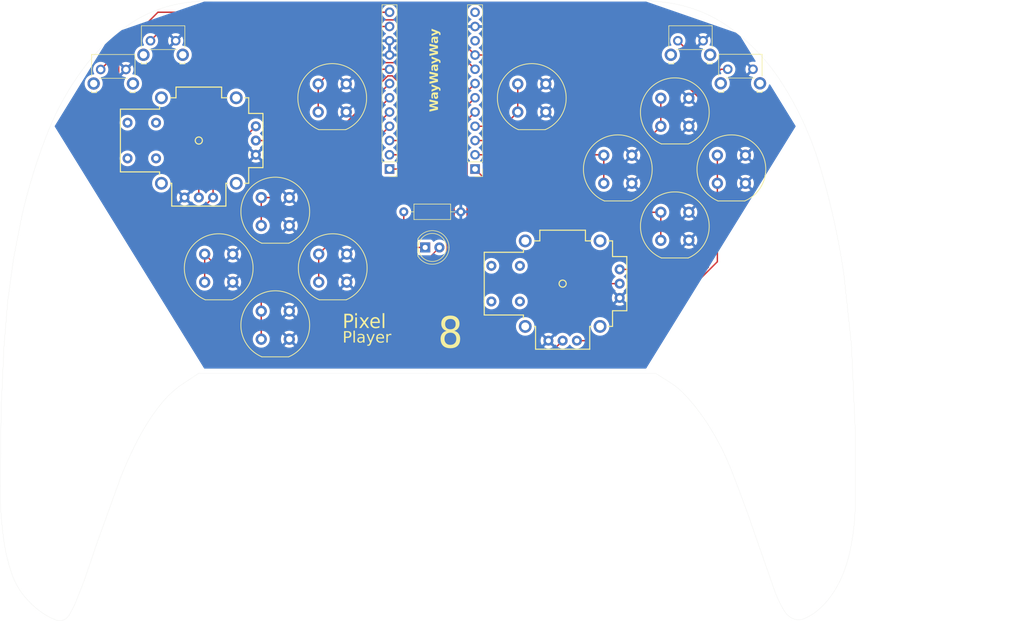
<source format=kicad_pcb>
(kicad_pcb (version 20241229) (generator "pcbnew") (generator_version "9.0")
  (title_block (date "sam. 04 avril 2015"))
  (layers (0 "F.Cu" signal) (2 "B.Cu" signal) (13 "F.Paste" user) (15 "B.Paste" user) (5 "F.SilkS" user "F.Silkscreen") (7 "B.SilkS" user "B.Silkscreen") (1 "F.Mask" user) (3 "B.Mask" user) (25 "Edge.Cuts" user))
  (net 0 "")
  (net 1 "/D10")
  (net 2 "/D16")
  (net 3 "/D14")
  (net 4 "/D15")
  (net 5 "/A0")
  (net 6 "/A1")
  (net 7 "/A2")
  (net 8 "/A3")
  (net 9 "VCC")
  (net 11 "GND")
  (net 12 "/D9")
  (net 13 "/D8")
  (net 14 "/D7")
  (net 15 "/D6")
  (net 16 "/D5")
  (net 17 "/D4")
  (net 18 "/D3")
  (net 19 "/D2")
  (net 20 "/D1")
  (net 21 "/D0")
  (net 23 "Net-(D1-K)")
  (footprint "Button_Switch_THT:Push_E-Switch_KS01Q01" (layer "F.Cu") (at 143.26 66.9)
    (property "Reference" "SW1" (hide yes))
    (property "Value" "DPad Right")
    (fp_line (start 4.89 8.14) (end 0.11 8.14) (stroke (width 0.15)) (layer "F.SilkS"))
    (fp_arc (start 0.11 8.14) (mid 2.496283 -3.625495) (end 4.896843 8.137095) (stroke (width 0.15)) (layer "F.SilkS"))
    (pad "1" thru_hole circle (at 0 0) (size 2 2) (drill 1.1) (layers "*.Cu" "*.Mask") (net 15 "/D6"))
    (pad "2" thru_hole circle (at 5 0) (size 2 2) (drill 1.1) (layers "*.Cu" "*.Mask") (net 11 "GND"))
    (pad "3" thru_hole circle (at 0 5) (size 2 2) (drill 1.1) (layers "*.Cu" "*.Mask") (net 15 "/D6"))
    (pad "4" thru_hole circle (at 5 5) (size 2 2) (drill 1.1) (layers "*.Cu" "*.Mask") (net 11 "GND"))
  )
  (footprint "Button_Switch_THT:Push_E-Switch_KS01Q01" (layer "F.Cu") (at 143.17 36.58)
    (property "Reference" "SW2" (hide yes))
    (property "Value" "Back Button")
    (fp_line (start 4.89 8.14) (end 0.11 8.14) (stroke (width 0.15)) (layer "F.SilkS"))
    (fp_arc (start 0.11 8.14) (mid 2.496283 -3.625495) (end 4.896843 8.137095) (stroke (width 0.15)) (layer "F.SilkS"))
    (pad "1" thru_hole circle (at 0 0) (size 2 2) (drill 1.1) (layers "*.Cu" "*.Mask") (net 19 "/D2"))
    (pad "2" thru_hole circle (at 5 0) (size 2 2) (drill 1.1) (layers "*.Cu" "*.Mask") (net 11 "GND"))
    (pad "3" thru_hole circle (at 0 5) (size 2 2) (drill 1.1) (layers "*.Cu" "*.Mask") (net 19 "/D2"))
    (pad "4" thru_hole circle (at 5 5) (size 2 2) (drill 1.1) (layers "*.Cu" "*.Mask") (net 11 "GND"))
  )
  (footprint "Button_Switch_THT:SW_Tactile_SKHH_Angled" (layer "F.Cu") (at 207.26 28.88)
    (property "Reference" "SW13")
    (property "Value" "RightButton")
    (fp_line (start -1.62 -2.67) (end -1.62 1.18) (stroke (width 0.12)) (layer "F.SilkS"))
    (fp_line (start -1.62 3.82) (end -1.62 4.12) (stroke (width 0.12)) (layer "F.SilkS"))
    (fp_line (start -0.73 4.12) (end -1.62 4.12) (stroke (width 0.12)) (layer "F.SilkS"))
    (fp_line (start -0.73 4.12) (end -0.73 3.77) (stroke (width 0.12)) (layer "F.SilkS"))
    (fp_line (start -0.24 1.57) (end 4.74 1.57) (stroke (width 0.12)) (layer "F.SilkS"))
    (fp_line (start 5.23 4.12) (end 5.23 3.77) (stroke (width 0.12)) (layer "F.SilkS"))
    (fp_line (start 6.12 -2.67) (end -1.62 -2.67) (stroke (width 0.12)) (layer "F.SilkS"))
    (fp_line (start 6.12 1.18) (end 6.12 -2.67) (stroke (width 0.12)) (layer "F.SilkS"))
    (fp_line (start 6.12 3.82) (end 6.12 4.12) (stroke (width 0.12)) (layer "F.SilkS"))
    (fp_line (start 6.12 4.12) (end 5.23 4.12) (stroke (width 0.12)) (layer "F.SilkS"))
    (pad "" thru_hole circle (at -1.25 2.5 180) (size 2.2 2.2) (drill 1.3) (layers "*.Cu" "*.Mask"))
    (pad "" thru_hole circle (at 5.75 2.5 180) (size 2.2 2.2) (drill 1.3) (layers "*.Cu" "*.Mask"))
    (pad "1" thru_hole circle (at 0 0 180) (size 1.7 1.7) (drill 1) (layers "*.Cu" "*.Mask") (net 14 "/D7"))
    (pad "2" thru_hole circle (at 4.5 0 180) (size 1.7 1.7) (drill 1) (layers "*.Cu" "*.Mask") (net 11 "GND"))
  )
  (footprint "Button_Switch_THT:SW_Tactile_SKHH_Angled" (layer "F.Cu") (at 104.41 34)
    (property "Reference" "SW11")
    (property "Value" "LeftTrigger")
    (fp_line (start -1.62 -2.67) (end -1.62 1.18) (stroke (width 0.12)) (layer "F.SilkS"))
    (fp_line (start -1.62 3.82) (end -1.62 4.12) (stroke (width 0.12)) (layer "F.SilkS"))
    (fp_line (start -0.73 4.12) (end -1.62 4.12) (stroke (width 0.12)) (layer "F.SilkS"))
    (fp_line (start -0.73 4.12) (end -0.73 3.77) (stroke (width 0.12)) (layer "F.SilkS"))
    (fp_line (start -0.24 1.57) (end 4.74 1.57) (stroke (width 0.12)) (layer "F.SilkS"))
    (fp_line (start 5.23 4.12) (end 5.23 3.77) (stroke (width 0.12)) (layer "F.SilkS"))
    (fp_line (start 6.12 -2.67) (end -1.62 -2.67) (stroke (width 0.12)) (layer "F.SilkS"))
    (fp_line (start 6.12 1.18) (end 6.12 -2.67) (stroke (width 0.12)) (layer "F.SilkS"))
    (fp_line (start 6.12 3.82) (end 6.12 4.12) (stroke (width 0.12)) (layer "F.SilkS"))
    (fp_line (start 6.12 4.12) (end 5.23 4.12) (stroke (width 0.12)) (layer "F.SilkS"))
    (pad "" thru_hole circle (at -1.25 2.5 180) (size 2.2 2.2) (drill 1.3) (layers "*.Cu" "*.Mask"))
    (pad "" thru_hole circle (at 5.75 2.5 180) (size 2.2 2.2) (drill 1.3) (layers "*.Cu" "*.Mask"))
    (pad "1" thru_hole circle (at 0 0 180) (size 1.7 1.7) (drill 1) (layers "*.Cu" "*.Mask") (net 21 "/D0"))
    (pad "2" thru_hole circle (at 4.5 0 180) (size 1.7 1.7) (drill 1) (layers "*.Cu" "*.Mask") (net 11 "GND"))
  )
  (footprint "Connector_PinHeader_2.54mm:PinHeader_1x12_P2.54mm_Vertical" (layer "F.Cu") (at 155.88 51.74 180)
    (property "Reference" "J4")
    (property "Value" "Conn_01x12" (hide yes))
    (fp_line (start 1.33 1.27) (end 1.33 29.27) (stroke (width 0.12)) (layer "F.SilkS"))
    (fp_line (start -1.33 29.27) (end 1.33 29.27) (stroke (width 0.12)) (layer "F.SilkS"))
    (fp_line (start -1.33 1.27) (end 1.33 1.27) (stroke (width 0.12)) (layer "F.SilkS"))
    (fp_line (start -1.33 1.27) (end -1.33 29.27) (stroke (width 0.12)) (layer "F.SilkS"))
    (fp_line (start -1.33 0) (end -1.33 -1.33) (stroke (width 0.12)) (layer "F.SilkS"))
    (fp_line (start -1.33 -1.33) (end 0 -1.33) (stroke (width 0.12)) (layer "F.SilkS"))
    (pad "1" thru_hole rect (at 0 0 180) (size 1.7 1.7) (drill 1) (layers "*.Cu" "*.Mask") (net 12 "/D9"))
    (pad "2" thru_hole oval (at 0 2.54 180) (size 1.7 1.7) (drill 1) (layers "*.Cu" "*.Mask") (net 13 "/D8"))
    (pad "3" thru_hole oval (at 0 5.08 180) (size 1.7 1.7) (drill 1) (layers "*.Cu" "*.Mask") (net 14 "/D7"))
    (pad "4" thru_hole oval (at 0 7.62 180) (size 1.7 1.7) (drill 1) (layers "*.Cu" "*.Mask") (net 15 "/D6"))
    (pad "5" thru_hole oval (at 0 10.16 180) (size 1.7 1.7) (drill 1) (layers "*.Cu" "*.Mask") (net 16 "/D5"))
    (pad "6" thru_hole oval (at 0 12.7 180) (size 1.7 1.7) (drill 1) (layers "*.Cu" "*.Mask") (net 17 "/D4"))
    (pad "7" thru_hole oval (at 0 15.24 180) (size 1.7 1.7) (drill 1) (layers "*.Cu" "*.Mask") (net 18 "/D3"))
    (pad "8" thru_hole oval (at 0 17.78 180) (size 1.7 1.7) (drill 1) (layers "*.Cu" "*.Mask") (net 19 "/D2"))
    (pad "9" thru_hole oval (at 0 20.32 180) (size 1.7 1.7) (drill 1) (layers "*.Cu" "*.Mask") (net 11 "GND"))
    (pad "10" thru_hole oval (at 0 22.86 180) (size 1.7 1.7) (drill 1) (layers "*.Cu" "*.Mask") (net 11 "GND"))
    (pad "11" thru_hole oval (at 0 25.4 180) (size 1.7 1.7) (drill 1) (layers "*.Cu" "*.Mask") (net 20 "/D1"))
    (pad "12" thru_hole oval (at 0 27.94 180) (size 1.7 1.7) (drill 1) (layers "*.Cu" "*.Mask") (net 21 "/D0"))
  )
  (footprint "Downloads:JOYSTICK" (layer "F.Cu") (at 186.7283 72.1616 90)
    (property "Reference" "RV1")
    (property "Value" "RightStick")
    (fp_line (start 5.588 -13.97) (end -5.588 -13.97) (stroke (width 0.2032)) (layer "F.SilkS"))
    (fp_line (start 5.588 -13.97) (end 5.588 -6.985) (stroke (width 0.2032)) (layer "F.SilkS"))
    (fp_line (start -5.588 -13.97) (end -5.588 -6.985) (stroke (width 0.2032)) (layer "F.SilkS"))
    (fp_line (start 6.096 -6.985) (end 5.588 -6.985) (stroke (width 0.2032)) (layer "F.SilkS"))
    (fp_line (start -5.588 -6.985) (end -6.096 -6.985) (stroke (width 0.2032)) (layer "F.SilkS"))
    (fp_line (start -7.62 -4.826) (end -7.62 -5.08) (stroke (width 0.2032)) (layer "F.SilkS"))
    (fp_line (start -7.62 -4.826) (end -11.684 -4.826) (stroke (width 0.2032)) (layer "F.SilkS"))
    (fp_line (start -11.684 -4.826) (end -11.684 4.826) (stroke (width 0.2032)) (layer "F.SilkS"))
    (fp_line (start 9.525 -4.064) (end 9.525 4.064) (stroke (width 0.2032)) (layer "F.SilkS"))
    (fp_line (start 7.62 -4.064) (end 7.62 -5.08) (stroke (width 0.2032)) (layer "F.SilkS"))
    (fp_line (start 7.62 -4.064) (end 9.525 -4.064) (stroke (width 0.2032)) (layer "F.SilkS"))
    (fp_line (start 7.62 4.064) (end 9.525 4.064) (stroke (width 0.2032)) (layer "F.SilkS"))
    (fp_line (start 7.62 4.064) (end 7.62 5.08) (stroke (width 0.2032)) (layer "F.SilkS"))
    (fp_line (start -7.62 4.826) (end -11.684 4.826) (stroke (width 0.2032)) (layer "F.SilkS"))
    (fp_line (start -7.62 4.826) (end -7.62 5.08) (stroke (width 0.2032)) (layer "F.SilkS"))
    (fp_line (start 7.62 8.128) (end 7.62 8.89) (stroke (width 0.2032)) (layer "F.SilkS"))
    (fp_line (start -7.62 8.128) (end -7.62 8.89) (stroke (width 0.2032)) (layer "F.SilkS"))
    (fp_line (start 4.826 8.89) (end 7.62 8.89) (stroke (width 0.2032)) (layer "F.SilkS"))
    (fp_line (start -4.826 8.89) (end -7.62 8.89) (stroke (width 0.2032)) (layer "F.SilkS"))
    (fp_line (start 4.826 11.43) (end 4.826 8.89) (stroke (width 0.2032)) (layer "F.SilkS"))
    (fp_line (start 4.826 11.43) (end -4.826 11.43) (stroke (width 0.2032)) (layer "F.SilkS"))
    (fp_line (start -4.826 11.43) (end -4.826 8.89) (stroke (width 0.2032)) (layer "F.SilkS"))
    (fp_circle (center 0 0) (end 0 -0.635) (stroke (width 0.2032)) (fill no) (layer "F.SilkS"))
    (pad "1" thru_hole circle (at -10.16 -2.54 90) (size 1.778 1.778) (drill 0.889) (layers "*.Cu" "*.Mask") (net 11 "GND"))
    (pad "2" thru_hole circle (at -10.16 0 90) (size 1.778 1.778) (drill 0.889) (layers "*.Cu" "*.Mask") (net 6 "/A1"))
    (pad "3" thru_hole circle (at -10.16 2.54 90) (size 1.778 1.778) (drill 0.889) (layers "*.Cu" "*.Mask") (net 9 "VCC"))
    (pad "4" thru_hole circle (at -2.54 10.16 90) (size 1.778 1.778) (drill 0.889) (layers "*.Cu" "*.Mask") (net 11 "GND"))
    (pad "5" thru_hole circle (at 0 10.16 90) (size 1.778 1.778) (drill 0.889) (layers "*.Cu" "*.Mask") (net 5 "/A0"))
    (pad "6" thru_hole circle (at 2.54 10.16 90) (size 1.778 1.778) (drill 0.889) (layers "*.Cu" "*.Mask") (net 9 "VCC"))
    (pad "B1A" thru_hole circle (at -3.175 -12.7 90) (size 1.778 1.778) (drill 0.89916) (layers "*.Cu" "*.Mask"))
    (pad "B1B" thru_hole circle (at 3.175 -12.7 90) (size 1.778 1.778) (drill 0.89916) (layers "*.Cu" "*.Mask"))
    (pad "B2A" thru_hole circle (at -3.175 -7.62 90) (size 1.778 1.778) (drill 0.89916) (layers "*.Cu" "*.Mask"))
    (pad "B2B" thru_hole circle (at 3.175 -7.62 90) (size 1.778 1.778) (drill 0.89916) (layers "*.Cu" "*.Mask"))
    (pad "MOUN" thru_hole circle (at -7.62 -6.6675 90) (size 2.286 2.286) (drill 1.397) (layers "*.Cu" "*.Mask"))
    (pad "MOUN" thru_hole circle (at -7.62 6.6675 90) (size 2.286 2.286) (drill 1.397) (layers "*.Cu" "*.Mask"))
    (pad "MOUN" thru_hole circle (at 7.62 -6.6675 90) (size 2.286 2.286) (drill 1.397) (layers "*.Cu" "*.Mask"))
    (pad "MOUN" thru_hole circle (at 7.62 6.6675 90) (size 2.286 2.286) (drill 1.397) (layers "*.Cu" "*.Mask"))
  )
  (footprint "Connector_PinHeader_2.54mm:PinHeader_1x12_P2.54mm_Vertical" (layer "F.Cu") (at 171.12 51.74 180)
    (property "Reference" "J3")
    (property "Value" "Conn_01x12" (hide yes))
    (fp_line (start 1.33 1.27) (end 1.33 29.27) (stroke (width 0.12)) (layer "F.SilkS"))
    (fp_line (start -1.33 29.27) (end 1.33 29.27) (stroke (width 0.12)) (layer "F.SilkS"))
    (fp_line (start -1.33 1.27) (end 1.33 1.27) (stroke (width 0.12)) (layer "F.SilkS"))
    (fp_line (start -1.33 1.27) (end -1.33 29.27) (stroke (width 0.12)) (layer "F.SilkS"))
    (fp_line (start -1.33 0) (end -1.33 -1.33) (stroke (width 0.12)) (layer "F.SilkS"))
    (fp_line (start -1.33 -1.33) (end 0 -1.33) (stroke (width 0.12)) (layer "F.SilkS"))
    (pad "1" thru_hole rect (at 0 0 180) (size 1.7 1.7) (drill 1) (layers "*.Cu" "*.Mask") (net 1 "/D10"))
    (pad "2" thru_hole oval (at 0 2.54 180) (size 1.7 1.7) (drill 1) (layers "*.Cu" "*.Mask") (net 2 "/D16"))
    (pad "3" thru_hole oval (at 0 5.08 180) (size 1.7 1.7) (drill 1) (layers "*.Cu" "*.Mask") (net 3 "/D14"))
    (pad "4" thru_hole oval (at 0 7.62 180) (size 1.7 1.7) (drill 1) (layers "*.Cu" "*.Mask") (net 4 "/D15"))
    (pad "5" thru_hole oval (at 0 10.16 180) (size 1.7 1.7) (drill 1) (layers "*.Cu" "*.Mask") (net 5 "/A0"))
    (pad "6" thru_hole oval (at 0 12.7 180) (size 1.7 1.7) (drill 1) (layers "*.Cu" "*.Mask") (net 6 "/A1"))
    (pad "7" thru_hole oval (at 0 15.24 180) (size 1.7 1.7) (drill 1) (layers "*.Cu" "*.Mask") (net 7 "/A2"))
    (pad "8" thru_hole oval (at 0 17.78 180) (size 1.7 1.7) (drill 1) (layers "*.Cu" "*.Mask") (net 8 "/A3"))
    (pad "9" thru_hole oval (at 0 20.32 180) (size 1.7 1.7) (drill 1) (layers "*.Cu" "*.Mask") (net 9 "VCC"))
    (pad "10" thru_hole oval (at 0 22.86 180) (size 1.7 1.7) (drill 1) (layers "*.Cu" "*.Mask"))
    (pad "11" thru_hole oval (at 0 25.4 180) (size 1.7 1.7) (drill 1) (layers "*.Cu" "*.Mask") (net 11 "GND"))
    (pad "12" thru_hole oval (at 0 27.94 180) (size 1.7 1.7) (drill 1) (layers "*.Cu" "*.Mask"))
  )
  (footprint "Downloads:JOYSTICK" (layer "F.Cu") (at 121.8948 46.66 90)
    (property "Reference" "RV2")
    (property "Value" "LeftStick")
    (fp_line (start 5.588 -13.97) (end -5.588 -13.97) (stroke (width 0.2032)) (layer "F.SilkS"))
    (fp_line (start 5.588 -13.97) (end 5.588 -6.985) (stroke (width 0.2032)) (layer "F.SilkS"))
    (fp_line (start -5.588 -13.97) (end -5.588 -6.985) (stroke (width 0.2032)) (layer "F.SilkS"))
    (fp_line (start 6.096 -6.985) (end 5.588 -6.985) (stroke (width 0.2032)) (layer "F.SilkS"))
    (fp_line (start -5.588 -6.985) (end -6.096 -6.985) (stroke (width 0.2032)) (layer "F.SilkS"))
    (fp_line (start -7.62 -4.826) (end -7.62 -5.08) (stroke (width 0.2032)) (layer "F.SilkS"))
    (fp_line (start -7.62 -4.826) (end -11.684 -4.826) (stroke (width 0.2032)) (layer "F.SilkS"))
    (fp_line (start -11.684 -4.826) (end -11.684 4.826) (stroke (width 0.2032)) (layer "F.SilkS"))
    (fp_line (start 9.525 -4.064) (end 9.525 4.064) (stroke (width 0.2032)) (layer "F.SilkS"))
    (fp_line (start 7.62 -4.064) (end 7.62 -5.08) (stroke (width 0.2032)) (layer "F.SilkS"))
    (fp_line (start 7.62 -4.064) (end 9.525 -4.064) (stroke (width 0.2032)) (layer "F.SilkS"))
    (fp_line (start 7.62 4.064) (end 9.525 4.064) (stroke (width 0.2032)) (layer "F.SilkS"))
    (fp_line (start 7.62 4.064) (end 7.62 5.08) (stroke (width 0.2032)) (layer "F.SilkS"))
    (fp_line (start -7.62 4.826) (end -11.684 4.826) (stroke (width 0.2032)) (layer "F.SilkS"))
    (fp_line (start -7.62 4.826) (end -7.62 5.08) (stroke (width 0.2032)) (layer "F.SilkS"))
    (fp_line (start 7.62 8.128) (end 7.62 8.89) (stroke (width 0.2032)) (layer "F.SilkS"))
    (fp_line (start -7.62 8.128) (end -7.62 8.89) (stroke (width 0.2032)) (layer "F.SilkS"))
    (fp_line (start 4.826 8.89) (end 7.62 8.89) (stroke (width 0.2032)) (layer "F.SilkS"))
    (fp_line (start -4.826 8.89) (end -7.62 8.89) (stroke (width 0.2032)) (layer "F.SilkS"))
    (fp_line (start 4.826 11.43) (end 4.826 8.89) (stroke (width 0.2032)) (layer "F.SilkS"))
    (fp_line (start 4.826 11.43) (end -4.826 11.43) (stroke (width 0.2032)) (layer "F.SilkS"))
    (fp_line (start -4.826 11.43) (end -4.826 8.89) (stroke (width 0.2032)) (layer "F.SilkS"))
    (fp_circle (center 0 0) (end 0 -0.635) (stroke (width 0.2032)) (fill no) (layer "F.SilkS"))
    (pad "1" thru_hole circle (at -10.16 -2.54 90) (size 1.778 1.778) (drill 0.889) (layers "*.Cu" "*.Mask") (net 11 "GND"))
    (pad "2" thru_hole circle (at -10.16 0 90) (size 1.778 1.778) (drill 0.889) (layers "*.Cu" "*.Mask") (net 8 "/A3"))
    (pad "3" thru_hole circle (at -10.16 2.54 90) (size 1.778 1.778) (drill 0.889) (layers "*.Cu" "*.Mask") (net 9 "VCC"))
    (pad "4" thru_hole circle (at -2.54 10.16 90) (size 1.778 1.778) (drill 0.889) (layers "*.Cu" "*.Mask") (net 11 "GND"))
    (pad "5" thru_hole circle (at 0 10.16 90) (size 1.778 1.778) (drill 0.889) (layers "*.Cu" "*.Mask") (net 7 "/A2"))
    (pad "6" thru_hole circle (at 2.54 10.16 90) (size 1.778 1.778) (drill 0.889) (layers "*.Cu" "*.Mask") (net 9 "VCC"))
    (pad "B1A" thru_hole circle (at -3.175 -12.7 90) (size 1.778 1.778) (drill 0.89916) (layers "*.Cu" "*.Mask"))
    (pad "B1B" thru_hole circle (at 3.175 -12.7 90) (size 1.778 1.778) (drill 0.89916) (layers "*.Cu" "*.Mask"))
    (pad "B2A" thru_hole circle (at -3.175 -7.62 90) (size 1.778 1.778) (drill 0.89916) (layers "*.Cu" "*.Mask"))
    (pad "B2B" thru_hole circle (at 3.175 -7.62 90) (size 1.778 1.778) (drill 0.89916) (layers "*.Cu" "*.Mask"))
    (pad "MOUN" thru_hole circle (at -7.62 -6.6675 90) (size 2.286 2.286) (drill 1.397) (layers "*.Cu" "*.Mask"))
    (pad "MOUN" thru_hole circle (at -7.62 6.6675 90) (size 2.286 2.286) (drill 1.397) (layers "*.Cu" "*.Mask"))
    (pad "MOUN" thru_hole circle (at 7.62 -6.6675 90) (size 2.286 2.286) (drill 1.397) (layers "*.Cu" "*.Mask"))
    (pad "MOUN" thru_hole circle (at 7.62 6.6675 90) (size 2.286 2.286) (drill 1.397) (layers "*.Cu" "*.Mask"))
  )
  (footprint "Button_Switch_THT:Push_E-Switch_KS01Q01" (layer "F.Cu") (at 133.02 77.06)
    (property "Reference" "SW6" (hide yes))
    (property "Value" "DPad Down")
    (fp_line (start 4.89 8.14) (end 0.11 8.14) (stroke (width 0.15)) (layer "F.SilkS"))
    (fp_arc (start 0.11 8.14) (mid 2.496283 -3.625495) (end 4.896843 8.137095) (stroke (width 0.15)) (layer "F.SilkS"))
    (pad "1" thru_hole circle (at 0 0) (size 2 2) (drill 1.1) (layers "*.Cu" "*.Mask") (net 16 "/D5"))
    (pad "2" thru_hole circle (at 5 0) (size 2 2) (drill 1.1) (layers "*.Cu" "*.Mask") (net 11 "GND"))
    (pad "3" thru_hole circle (at 0 5) (size 2 2) (drill 1.1) (layers "*.Cu" "*.Mask") (net 16 "/D5"))
    (pad "4" thru_hole circle (at 5 5) (size 2 2) (drill 1.1) (layers "*.Cu" "*.Mask") (net 11 "GND"))
  )
  (footprint "Resistor_THT:R_Axial_DIN0207_L6.3mm_D2.5mm_P10.16mm_Horizontal" (layer "F.Cu") (at 158.42 59.36)
    (property "Reference" "R1" (hide yes))
    (property "Value" "R" (hide yes))
    (fp_line (start 1.04 0) (end 1.81 0) (stroke (width 0.12)) (layer "F.SilkS"))
    (fp_line (start 1.81 -1.37) (end 1.81 1.37) (stroke (width 0.12)) (layer "F.SilkS"))
    (fp_line (start 1.81 1.37) (end 8.35 1.37) (stroke (width 0.12)) (layer "F.SilkS"))
    (fp_line (start 8.35 -1.37) (end 1.81 -1.37) (stroke (width 0.12)) (layer "F.SilkS"))
    (fp_line (start 8.35 1.37) (end 8.35 -1.37) (stroke (width 0.12)) (layer "F.SilkS"))
    (fp_line (start 9.12 0) (end 8.35 0) (stroke (width 0.12)) (layer "F.SilkS"))
    (pad "1" thru_hole circle (at 0 0) (size 1.6 1.6) (drill 0.8) (layers "*.Cu" "*.Mask") (net 23 "Net-(D1-K)"))
    (pad "2" thru_hole oval (at 10.16 0) (size 1.6 1.6) (drill 0.8) (layers "*.Cu" "*.Mask") (net 11 "GND"))
  )
  (footprint "Button_Switch_THT:Push_E-Switch_KS01Q01" (layer "F.Cu") (at 204.22 39.12)
    (property "Reference" "SW9" (hide yes))
    (property "Value" "Y")
    (fp_line (start 4.89 8.14) (end 0.11 8.14) (stroke (width 0.15)) (layer "F.SilkS"))
    (fp_arc (start 0.11 8.14) (mid 2.496283 -3.625495) (end 4.896843 8.137095) (stroke (width 0.15)) (layer "F.SilkS"))
    (pad "1" thru_hole circle (at 0 0) (size 2 2) (drill 1.1) (layers "*.Cu" "*.Mask") (net 3 "/D14"))
    (pad "2" thru_hole circle (at 5 0) (size 2 2) (drill 1.1) (layers "*.Cu" "*.Mask") (net 11 "GND"))
    (pad "3" thru_hole circle (at 0 5) (size 2 2) (drill 1.1) (layers "*.Cu" "*.Mask") (net 3 "/D14"))
    (pad "4" thru_hole circle (at 5 5) (size 2 2) (drill 1.1) (layers "*.Cu" "*.Mask") (net 11 "GND"))
  )
  (footprint "Button_Switch_THT:SW_Tactile_SKHH_Angled" (layer "F.Cu") (at 216.15 33.96)
    (property "Reference" "SW18")
    (property "Value" "RightTrigger")
    (fp_line (start -1.62 -2.67) (end -1.62 1.18) (stroke (width 0.12)) (layer "F.SilkS"))
    (fp_line (start -1.62 3.82) (end -1.62 4.12) (stroke (width 0.12)) (layer "F.SilkS"))
    (fp_line (start -0.73 4.12) (end -1.62 4.12) (stroke (width 0.12)) (layer "F.SilkS"))
    (fp_line (start -0.73 4.12) (end -0.73 3.77) (stroke (width 0.12)) (layer "F.SilkS"))
    (fp_line (start -0.24 1.57) (end 4.74 1.57) (stroke (width 0.12)) (layer "F.SilkS"))
    (fp_line (start 5.23 4.12) (end 5.23 3.77) (stroke (width 0.12)) (layer "F.SilkS"))
    (fp_line (start 6.12 -2.67) (end -1.62 -2.67) (stroke (width 0.12)) (layer "F.SilkS"))
    (fp_line (start 6.12 1.18) (end 6.12 -2.67) (stroke (width 0.12)) (layer "F.SilkS"))
    (fp_line (start 6.12 3.82) (end 6.12 4.12) (stroke (width 0.12)) (layer "F.SilkS"))
    (fp_line (start 6.12 4.12) (end 5.23 4.12) (stroke (width 0.12)) (layer "F.SilkS"))
    (pad "" thru_hole circle (at -1.25 2.5 180) (size 2.2 2.2) (drill 1.3) (layers "*.Cu" "*.Mask"))
    (pad "" thru_hole circle (at 5.75 2.5 180) (size 2.2 2.2) (drill 1.3) (layers "*.Cu" "*.Mask"))
    (pad "1" thru_hole circle (at 0 0 180) (size 1.7 1.7) (drill 1) (layers "*.Cu" "*.Mask") (net 13 "/D8"))
    (pad "2" thru_hole circle (at 4.5 0 180) (size 1.7 1.7) (drill 1) (layers "*.Cu" "*.Mask") (net 11 "GND"))
  )
  (footprint "Button_Switch_THT:SW_Tactile_SKHH_Angled" (layer "F.Cu") (at 113.28 28.88)
    (property "Reference" "SW12" (hide yes))
    (property "Value" "LeftButton")
    (fp_line (start -1.62 -2.67) (end -1.62 1.18) (stroke (width 0.12)) (layer "F.SilkS"))
    (fp_line (start -1.62 3.82) (end -1.62 4.12) (stroke (width 0.12)) (layer "F.SilkS"))
    (fp_line (start -0.73 4.12) (end -1.62 4.12) (stroke (width 0.12)) (layer "F.SilkS"))
    (fp_line (start -0.73 4.12) (end -0.73 3.77) (stroke (width 0.12)) (layer "F.SilkS"))
    (fp_line (start -0.24 1.57) (end 4.74 1.57) (stroke (width 0.12)) (layer "F.SilkS"))
    (fp_line (start 5.23 4.12) (end 5.23 3.77) (stroke (width 0.12)) (layer "F.SilkS"))
    (fp_line (start 6.12 -2.67) (end -1.62 -2.67) (stroke (width 0.12)) (layer "F.SilkS"))
    (fp_line (start 6.12 1.18) (end 6.12 -2.67) (stroke (width 0.12)) (layer "F.SilkS"))
    (fp_line (start 6.12 3.82) (end 6.12 4.12) (stroke (width 0.12)) (layer "F.SilkS"))
    (fp_line (start 6.12 4.12) (end 5.23 4.12) (stroke (width 0.12)) (layer "F.SilkS"))
    (pad "" thru_hole circle (at -1.25 2.5 180) (size 2.2 2.2) (drill 1.3) (layers "*.Cu" "*.Mask"))
    (pad "" thru_hole circle (at 5.75 2.5 180) (size 2.2 2.2) (drill 1.3) (layers "*.Cu" "*.Mask"))
    (pad "1" thru_hole circle (at 0 0 180) (size 1.7 1.7) (drill 1) (layers "*.Cu" "*.Mask") (net 20 "/D1"))
    (pad "2" thru_hole circle (at 4.5 0 180) (size 1.7 1.7) (drill 1) (layers "*.Cu" "*.Mask") (net 11 "GND"))
  )
  (footprint "Button_Switch_THT:Push_E-Switch_KS01Q01" (layer "F.Cu") (at 204.22 59.44)
    (property "Reference" "SW8" (hide yes))
    (property "Value" "A")
    (fp_line (start 4.89 8.14) (end 0.11 8.14) (stroke (width 0.15)) (layer "F.SilkS"))
    (fp_arc (start 0.11 8.14) (mid 2.496283 -3.625495) (end 4.896843 8.137095) (stroke (width 0.15)) (layer "F.SilkS"))
    (pad "1" thru_hole circle (at 0 0) (size 2 2) (drill 1.1) (layers "*.Cu" "*.Mask") (net 1 "/D10"))
    (pad "2" thru_hole circle (at 5 0) (size 2 2) (drill 1.1) (layers "*.Cu" "*.Mask") (net 11 "GND"))
    (pad "3" thru_hole circle (at 0 5) (size 2 2) (drill 1.1) (layers "*.Cu" "*.Mask") (net 1 "/D10"))
    (pad "4" thru_hole circle (at 5 5) (size 2 2) (drill 1.1) (layers "*.Cu" "*.Mask") (net 11 "GND"))
  )
  (footprint "Button_Switch_THT:Push_E-Switch_KS01Q01" (layer "F.Cu") (at 133.02 56.82)
    (property "Reference" "SW4" (hide yes))
    (property "Value" "DPad Up")
    (fp_line (start 4.89 8.14) (end 0.11 8.14) (stroke (width 0.15)) (layer "F.SilkS"))
    (fp_arc (start 0.11 8.14) (mid 2.496283 -3.625495) (end 4.896843 8.137095) (stroke (width 0.15)) (layer "F.SilkS"))
    (pad "1" thru_hole circle (at 0 0) (size 2 2) (drill 1.1) (layers "*.Cu" "*.Mask") (net 18 "/D3"))
    (pad "2" thru_hole circle (at 5 0) (size 2 2) (drill 1.1) (layers "*.Cu" "*.Mask") (net 11 "GND"))
    (pad "3" thru_hole circle (at 0 5) (size 2 2) (drill 1.1) (layers "*.Cu" "*.Mask") (net 18 "/D3"))
    (pad "4" thru_hole circle (at 5 5) (size 2 2) (drill 1.1) (layers "*.Cu" "*.Mask") (net 11 "GND"))
  )
  (footprint "Button_Switch_THT:Push_E-Switch_KS01Q01" (layer "F.Cu") (at 122.94 66.9)
    (property "Reference" "SW5" (hide yes))
    (property "Value" "DPad Left")
    (fp_line (start 4.89 8.14) (end 0.11 8.14) (stroke (width 0.15)) (layer "F.SilkS"))
    (fp_arc (start 0.11 8.14) (mid 2.496283 -3.625495) (end 4.896843 8.137095) (stroke (width 0.15)) (layer "F.SilkS"))
    (pad "1" thru_hole circle (at 0 0) (size 2 2) (drill 1.1) (layers "*.Cu" "*.Mask") (net 17 "/D4"))
    (pad "2" thru_hole circle (at 5 0) (size 2 2) (drill 1.1) (layers "*.Cu" "*.Mask") (net 11 "GND"))
    (pad "3" thru_hole circle (at 0 5) (size 2 2) (drill 1.1) (layers "*.Cu" "*.Mask") (net 17 "/D4"))
    (pad "4" thru_hole circle (at 5 5) (size 2 2) (drill 1.1) (layers "*.Cu" "*.Mask") (net 11 "GND"))
  )
  (footprint "Button_Switch_THT:Push_E-Switch_KS01Q01" (layer "F.Cu") (at 194.06 49.28)
    (property "Reference" "SW7" (hide yes))
    (property "Value" "X")
    (fp_line (start 4.89 8.14) (end 0.11 8.14) (stroke (width 0.15)) (layer "F.SilkS"))
    (fp_arc (start 0.11 8.14) (mid 2.496283 -3.625495) (end 4.896843 8.137095) (stroke (width 0.15)) (layer "F.SilkS"))
    (pad "1" thru_hole circle (at 0 0) (size 2 2) (drill 1.1) (layers "*.Cu" "*.Mask") (net 2 "/D16"))
    (pad "2" thru_hole circle (at 5 0) (size 2 2) (drill 1.1) (layers "*.Cu" "*.Mask") (net 11 "GND"))
    (pad "3" thru_hole circle (at 0 5) (size 2 2) (drill 1.1) (layers "*.Cu" "*.Mask") (net 2 "/D16"))
    (pad "4" thru_hole circle (at 5 5) (size 2 2) (drill 1.1) (layers "*.Cu" "*.Mask") (net 11 "GND"))
  )
  (footprint "Button_Switch_THT:Push_E-Switch_KS01Q01" (layer "F.Cu") (at 214.3 49.28)
    (property "Reference" "SW10" (hide yes))
    (property "Value" "B")
    (fp_line (start 4.89 8.14) (end 0.11 8.14) (stroke (width 0.15)) (layer "F.SilkS"))
    (fp_arc (start 0.11 8.14) (mid 2.496283 -3.625495) (end 4.896843 8.137095) (stroke (width 0.15)) (layer "F.SilkS"))
    (pad "1" thru_hole circle (at 0 0) (size 2 2) (drill 1.1) (layers "*.Cu" "*.Mask") (net 12 "/D9"))
    (pad "2" thru_hole circle (at 5 0) (size 2 2) (drill 1.1) (layers "*.Cu" "*.Mask") (net 11 "GND"))
    (pad "3" thru_hole circle (at 0 5) (size 2 2) (drill 1.1) (layers "*.Cu" "*.Mask") (net 12 "/D9"))
    (pad "4" thru_hole circle (at 5 5) (size 2 2) (drill 1.1) (layers "*.Cu" "*.Mask") (net 11 "GND"))
  )
  (footprint "Button_Switch_THT:Push_E-Switch_KS01Q01" (layer "F.Cu") (at 178.73 36.58)
    (property "Reference" "SW3" (hide yes))
    (property "Value" "Menu Button")
    (fp_line (start 4.89 8.14) (end 0.11 8.14) (stroke (width 0.15)) (layer "F.SilkS"))
    (fp_arc (start 0.11 8.14) (mid 2.496283 -3.625495) (end 4.896843 8.137095) (stroke (width 0.15)) (layer "F.SilkS"))
    (pad "1" thru_hole circle (at 0 0) (size 2 2) (drill 1.1) (layers "*.Cu" "*.Mask") (net 4 "/D15"))
    (pad "2" thru_hole circle (at 5 0) (size 2 2) (drill 1.1) (layers "*.Cu" "*.Mask") (net 11 "GND"))
    (pad "3" thru_hole circle (at 0 5) (size 2 2) (drill 1.1) (layers "*.Cu" "*.Mask") (net 4 "/D15"))
    (pad "4" thru_hole circle (at 5 5) (size 2 2) (drill 1.1) (layers "*.Cu" "*.Mask") (net 11 "GND"))
  )
  (footprint "LED_THT:LED_D5.0mm" (layer "F.Cu") (at 162.23 65.71)
    (property "Reference" "D1" (hide yes))
    (property "Value" "PWR_LED")
    (fp_line (start -1.29 -1.545) (end -1.29 1.545) (stroke (width 0.12)) (layer "F.SilkS"))
    (fp_arc (start -1.29 -1.54483) (mid 2.072002 -2.880433) (end 4.26 0.000462) (stroke (width 0.12)) (layer "F.SilkS"))
    (fp_arc (start 4.26 -0.000462) (mid 2.072002 2.880433) (end -1.29 1.54483) (stroke (width 0.12)) (layer "F.SilkS"))
    (fp_circle (center 1.27 0) (end 3.77 0) (stroke (width 0.12)) (fill no) (layer "F.SilkS"))
    (pad "1" thru_hole rect (at 0 0) (size 1.8 1.8) (drill 0.9) (layers "*.Cu" "*.Mask") (net 23 "Net-(D1-K)"))
    (pad "2" thru_hole circle (at 2.54 0) (size 1.8 1.8) (drill 0.9) (layers "*.Cu" "*.Mask") (net 9 "VCC"))
  )
  (gr_arc (start 199.053363 21.650306) (mid 202.268901 21.766757) (end 205.46875 22.104705) (stroke (width 0.0215)) (layer "Edge.Cuts"))
  (gr_arc (start 88.551218 123.805217) (mid 87.660093 120.675556) (end 87.084551 117.472801) (stroke (width 0.0215)) (layer "Edge.Cuts"))
  (gr_arc (start 232.415535 130.181033) (mid 231.13073 131.147814) (end 229.702166 131.885781) (stroke (width 0.0215)) (layer "Edge.Cuts"))
  (gr_arc (start 101.573726 33.486525) (mid 105.337752 29.297819) (end 109.747326 25.795135) (stroke (width 0.0215)) (layer "Edge.Cuts"))
  (gr_line (start 86.695497 93.867758) (end 86.477716 108.213365) (stroke (width 0.0215)) (layer "Edge.Cuts"))
  (gr_line (start 215.644733 102.706302) (end 216.697904 105.138874) (stroke (width 0.0215)) (layer "Edge.Cuts"))
  (gr_line (start 199.053363 21.650306) (end 162.3109 21.628128) (stroke (width 0.0215)) (layer "Edge.Cuts"))
  (gr_arc (start 234.78069 127.486792) (mid 233.679813 128.905634) (end 232.415535 130.181033) (stroke (width 0.0215)) (layer "Edge.Cuts"))
  (gr_arc (start 210.917331 94.808027) (mid 212.223616 96.6411) (end 213.427547 98.542964) (stroke (width 0.0215)) (layer "Edge.Cuts"))
  (gr_arc (start 226.227494 130.483812) (mid 225.284724 128.745266) (end 224.518723 126.921917) (stroke (width 0.0215)) (layer "Edge.Cuts"))
  (gr_arc (start 99.953762 128.953893) (mid 99.406481 130.108608) (end 98.786706 131.226089) (stroke (width 0.0215)) (layer "Edge.Cuts"))
  (gr_arc (start 94.785222 131.310083) (mid 93.799362 130.675113) (end 92.871033 129.958655) (stroke (width 0.0215)) (layer "Edge.Cuts"))
  (gr_line (start 119.202435 89.909796) (end 121.829652 88.1696) (stroke (width 0.0215)) (layer "Edge.Cuts"))
  (gr_line (start 121.829652 88.1696) (end 162.58661 88.1696) (stroke (width 0.0215)) (layer "Edge.Cuts"))
  (gr_line (start 221.586272 118.543202) (end 224.518723 126.921917) (stroke (width 0.0215)) (layer "Edge.Cuts"))
  (gr_arc (start 213.427547 98.542964) (mid 214.585697 100.598242) (end 215.644733 102.706302) (stroke (width 0.0215)) (layer "Edge.Cuts"))
  (gr_line (start 238.184972 82.992845) (end 236.854298 70.57253) (stroke (width 0.0215)) (layer "Edge.Cuts"))
  (gr_arc (start 237.928438 119.8434) (mid 237.381838 121.935647) (end 236.65962 123.973949) (stroke (width 0.0215)) (layer "Edge.Cuts"))
  (gr_line (start 203.343569 88.1696) (end 205.893445 89.786683) (stroke (width 0.0215)) (layer "Edge.Cuts"))
  (gr_arc (start 90.310335 60.361439) (mid 92.36049 52.641183) (end 95.017769 45.108299) (stroke (width 0.0215)) (layer "Edge.Cuts"))
  (gr_arc (start 225.62869 36.149703) (mid 229.559053 43.268902) (end 232.454227 50.868159) (stroke (width 0.0215)) (layer "Edge.Cuts"))
  (gr_arc (start 232.454227 50.868159) (mid 235.019395 60.638809) (end 236.854298 70.57253) (stroke (width 0.0215)) (layer "Edge.Cuts"))
  (gr_line (start 238.852753 97.88113) (end 238.184972 82.992845) (stroke (width 0.0215)) (layer "Edge.Cuts"))
  (gr_arc (start 87.084551 117.472801) (mid 86.636255 112.852578) (end 86.477716 108.213365) (stroke (width 0.0215)) (layer "Edge.Cuts"))
  (gr_arc (start 96.542642 132.129461) (mid 95.644788 131.760833) (end 94.785222 131.310083) (stroke (width 0.0215)) (layer "Edge.Cuts"))
  (gr_arc (start 205.46875 22.104705) (mid 211.28529 23.662759) (end 216.553209 26.579727) (stroke (width 0.0215)) (layer "Edge.Cuts"))
  (gr_line (start 216.697904 105.138874) (end 218.254997 109.187355) (stroke (width 0.0215)) (layer "Edge.Cuts"))
  (gr_arc (start 208.33061 91.776932) (mid 209.669388 93.25372) (end 210.917331 94.808027) (stroke (width 0.0215)) (layer "Edge.Cuts"))
  (gr_line (start 87.175022 83.424101) (end 86.695497 93.867758) (stroke (width 0.0215)) (layer "Edge.Cuts"))
  (gr_arc (start 97.729601 132.115503) (mid 97.137374 132.228828) (end 96.542642 132.129461) (stroke (width 0.0215)) (layer "Edge.Cuts"))
  (gr_arc (start 229.702166 131.885781) (mid 228.753961 132.06951) (end 227.809588 131.867013) (stroke (width 0.0215)) (layer "Edge.Cuts"))
  (gr_arc (start 111.565414 98.992142) (mid 113.25853 96.195652) (end 115.194016 93.561095) (stroke (width 0.0215)) (layer "Edge.Cuts"))
  (gr_arc (start 109.747326 25.795135) (mid 114.301093 23.44225) (end 119.260214 22.146106) (stroke (width 0.0215)) (layer "Edge.Cuts"))
  (gr_line (start 87.868113 75.092692) (end 87.175022 83.424101) (stroke (width 0.0215)) (layer "Edge.Cuts"))
  (gr_arc (start 91.120411 128.24606) (mid 89.616053 126.152778) (end 88.551218 123.805217) (stroke (width 0.0215)) (layer "Edge.Cuts"))
  (gr_arc (start 205.893445 89.786683) (mid 207.17162 90.708834) (end 208.33061 91.776932) (stroke (width 0.0215)) (layer "Edge.Cuts"))
  (gr_line (start 101.473104 125.074821) (end 103.927081 117.883389) (stroke (width 0.0215)) (layer "Edge.Cuts"))
  (gr_line (start 162.58661 88.1696) (end 203.343569 88.1696) (stroke (width 0.0215)) (layer "Edge.Cuts"))
  (gr_line (start 219.960477 113.852362) (end 221.586272 118.543202) (stroke (width 0.0215)) (layer "Edge.Cuts"))
  (gr_arc (start 115.194016 93.561095) (mid 117.057566 91.581028) (end 119.202435 89.909796) (stroke (width 0.0215)) (layer "Edge.Cuts"))
  (gr_arc (start 107.947433 106.760478) (mid 109.632177 102.818444) (end 111.565414 98.992142) (stroke (width 0.0215)) (layer "Edge.Cuts"))
  (gr_arc (start 227.809588 131.867013) (mid 226.911936 131.297348) (end 226.227494 130.483812) (stroke (width 0.0215)) (layer "Edge.Cuts"))
  (gr_arc (start 92.871033 129.958655) (mid 91.963773 129.135016) (end 91.120411 128.24606) (stroke (width 0.0215)) (layer "Edge.Cuts"))
  (gr_line (start 88.875129 67.736396) (end 87.868113 75.092692) (stroke (width 0.0215)) (layer "Edge.Cuts"))
  (gr_arc (start 98.786706 131.226089) (mid 98.332904 131.759642) (end 97.729601 132.115503) (stroke (width 0.0215)) (layer "Edge.Cuts"))
  (gr_arc (start 216.553209 26.579727) (mid 221.532967 30.945537) (end 225.62869 36.149703) (stroke (width 0.0215)) (layer "Edge.Cuts"))
  (gr_arc (start 238.865512 111.836855) (mid 238.590364 115.862762) (end 237.928438 119.8434) (stroke (width 0.0215)) (layer "Edge.Cuts"))
  (gr_arc (start 119.260214 22.146106) (mid 122.372989 21.804176) (end 125.502204 21.684601) (stroke (width 0.0215)) (layer "Edge.Cuts"))
  (gr_line (start 218.254997 109.187355) (end 219.960477 113.852362) (stroke (width 0.0215)) (layer "Edge.Cuts"))
  (gr_line (start 90.310335 60.361439) (end 88.875129 67.736396) (stroke (width 0.0215)) (layer "Edge.Cuts"))
  (gr_line (start 103.927081 117.883389) (end 107.947433 106.760478) (stroke (width 0.0215)) (layer "Edge.Cuts"))
  (gr_arc (start 95.017769 45.108299) (mid 97.903784 39.076302) (end 101.573726 33.486525) (stroke (width 0.0215)) (layer "Edge.Cuts"))
  (gr_line (start 162.3109 21.628128) (end 125.502204 21.684601) (stroke (width 0.0215)) (layer "Edge.Cuts"))
  (gr_line (start 99.953762 128.953893) (end 101.473104 125.074821) (stroke (width 0.0215)) (layer "Edge.Cuts"))
  (gr_line (start 238.865512 111.836855) (end 238.852753 97.88113) (stroke (width 0.0215)) (layer "Edge.Cuts"))
  (gr_arc (start 236.65962 123.973949) (mid 235.815222 125.781219) (end 234.78069 127.486792) (stroke (width 0.0215)) (layer "Edge.Cuts"))
  (gr_text "8" (at 164.5 84.5 0) (layer "F.SilkS") (effects (font (size 5.5 5) (thickness 0.1)) (justify left bottom)))
  (gr_text "Player" (at 147.5 83 0) (layer "F.SilkS") (effects (font (size 2 2) (thickness 0.1)) (justify left bottom)))
  (gr_text "Pixel" (at 147.5 80.5 0) (layer "F.SilkS") (effects (font (size 2.5 2.4) (thickness 0.1)) (justify left bottom)))
  (gr_text "WayWayWay" (at 164.77 41.58 90) (layer "F.SilkS") (effects (font (size 1.5 1.5) (thickness 0.3) (bold yes)) (justify left bottom)))
  (segment (start 171.12 51.74) (end 178.82 59.44) (width 0.25) (layer "F.Cu") (net 1))
  (segment (start 204.22 59.44) (end 204.22 64.44) (width 0.25) (layer "F.Cu") (net 1))
  (segment (start 178.82 59.44) (end 204.22 59.44) (width 0.25) (layer "F.Cu") (net 1))
  (segment (start 193.98 49.2) (end 194.06 49.28) (width 0.25) (layer "F.Cu") (net 2))
  (segment (start 194.06 49.28) (end 194.06 54.28) (width 0.25) (layer "F.Cu") (net 2))
  (segment (start 171.12 49.2) (end 193.98 49.2) (width 0.25) (layer "F.Cu") (net 2))
  (segment (start 171.12 46.66) (end 201.68 46.66) (width 0.25) (layer "F.Cu") (net 3))
  (segment (start 204.22 44.12) (end 204.22 39.12) (width 0.25) (layer "F.Cu") (net 3))
  (segment (start 201.68 46.66) (end 204.22 44.12) (width 0.25) (layer "F.Cu") (net 3))
  (segment (start 176.19 44.12) (end 178.73 41.58) (width 0.25) (layer "F.Cu") (net 4))
  (segment (start 178.73 41.58) (end 178.73 36.58) (width 0.25) (layer "F.Cu") (net 4))
  (segment (start 171.12 44.12) (end 176.19 44.12) (width 0.25) (layer "F.Cu") (net 4))
  (segment (start 173.7616 72.1616) (end 196.8883 72.1616) (width 0.25) (layer "F.Cu") (net 5))
  (segment (start 173.7616 72.1616) (end 169.705 68.105) (width 0.25) (layer "F.Cu") (net 5))
  (segment (start 169.705 68.105) (end 169.705 42.995) (width 0.25) (layer "F.Cu") (net 5))
  (segment (start 169.705 42.995) (end 171.12 41.58) (width 0.25) (layer "F.Cu") (net 5))
  (segment (start 186.7283 82.3216) (end 184.2899 84.76) (width 0.25) (layer "F.Cu") (net 6))
  (segment (start 167.39 81.03) (end 167.39 42.77) (width 0.25) (layer "F.Cu") (net 6))
  (segment (start 167.39 42.77) (end 171.12 39.04) (width 0.25) (layer "F.Cu") (net 6))
  (segment (start 184.2899 84.76) (end 171.12 84.76) (width 0.25) (layer "F.Cu") (net 6))
  (segment (start 167.39 81.03) (end 171.12 84.76) (width 0.25) (layer "F.Cu") (net 6))
  (segment (start 150.8 39.918299) (end 150.8 40.823833) (width 0.25) (layer "F.Cu") (net 7))
  (segment (start 158.906701 37.675) (end 156.366701 35.135) (width 0.25) (layer "F.Cu") (net 7))
  (segment (start 144.963833 46.66) (end 132.0548 46.66) (width 0.25) (layer "F.Cu") (net 7))
  (segment (start 150.8 40.823833) (end 144.963833 46.66) (width 0.25) (layer "F.Cu") (net 7))
  (segment (start 156.366701 35.135) (end 155.583299 35.135) (width 0.25) (layer "F.Cu") (net 7))
  (segment (start 171.12 36.5) (end 169.945 37.675) (width 0.25) (layer "F.Cu") (net 7))
  (segment (start 169.945 37.675) (end 158.906701 37.675) (width 0.25) (layer "F.Cu") (net 7))
  (segment (start 155.583299 35.135) (end 150.8 39.918299) (width 0.25) (layer "F.Cu") (net 7))
  (segment (start 171.12 33.96) (end 169.945 32.785) (width 0.25) (layer "F.Cu") (net 8))
  (segment (start 124.035 32.785) (end 121.8948 34.9252) (width 0.25) (layer "F.Cu") (net 8))
  (segment (start 169.945 32.785) (end 124.035 32.785) (width 0.25) (layer "F.Cu") (net 8))
  (segment (start 121.8948 34.9252) (end 121.8948 56.82) (width 0.25) (layer "F.Cu") (net 8))
  (segment (start 107.62 32.451701) (end 107.62 56.82) (width 0.25) (layer "F.Cu") (net 9))
  (segment (start 209.22 69.52) (end 209.1184 69.6216) (width 0.25) (layer "F.Cu") (net 9))
  (segment (start 171.12 31.42) (end 164.865 25.165) (width 0.25) (layer "F.Cu") (net 9))
  (segment (start 110.16 59.36) (end 113.97 59.36) (width 0.25) (layer "F.Cu") (net 9))
  (segment (start 211.76 39.786167) (end 211.76 66.98) (width 0.25) (layer "F.Cu") (net 9))
  (segment (start 209.1184 69.6216) (end 196.8883 69.6216) (width 0.25) (layer "F.Cu") (net 9))
  (segment (start 164.865 25.165) (end 114.906701 25.165) (width 0.25) (layer "F.Cu") (net 9))
  (segment (start 127.94 86.03) (end 113.97 72.06) (width 0.25) (layer "F.Cu") (net 9))
  (segment (start 124.4348 51.74) (end 132.0548 44.12) (width 0.25) (layer "F.Cu") (net 9))
  (segment (start 124.4348 56.82) (end 124.4348 51.74) (width 0.25) (layer "F.Cu") (net 9))
  (segment (start 196.4184 82.3216) (end 189.2683 82.3216) (width 0.25) (layer "F.Cu") (net 9))
  (segment (start 164.77 65.71) (end 144.45 86.03) (width 0.2) (layer "F.Cu") (net 9))
  (segment (start 113.97 72.06) (end 113.97 59.36) (width 0.25) (layer "F.Cu") (net 9))
  (segment (start 203.393833 31.42) (end 211.76 39.786167) (width 0.25) (layer "F.Cu") (net 9))
  (segment (start 121.8948 59.36) (end 124.4348 56.82) (width 0.25) (layer "F.Cu") (net 9))
  (segment (start 107.62 56.82) (end 110.16 59.36) (width 0.25) (layer "F.Cu") (net 9))
  (segment (start 114.906701 25.165) (end 107.62 32.451701) (width 0.25) (layer "F.Cu") (net 9))
  (segment (start 144.45 86.03) (end 127.94 86.03) (width 0.25) (layer "F.Cu") (net 9))
  (segment (start 171.12 31.42) (end 203.393833 31.42) (width 0.25) (layer "F.Cu") (net 9))
  (segment (start 209.22 69.52) (end 196.4184 82.3216) (width 0.25) (layer "F.Cu") (net 9))
  (segment (start 211.76 66.98) (end 209.22 69.52) (width 0.25) (layer "F.Cu") (net 9))
  (segment (start 113.97 59.36) (end 121.8948 59.36) (width 0.25) (layer "F.Cu") (net 9))
  (segment (start 166.04 81.589188) (end 170.560812 86.11) (width 0.25) (layer "F.Cu") (net 12))
  (segment (start 196.442792 86.11) (end 214.3 68.252792) (width 0.25) (layer "F.Cu") (net 12))
  (segment (start 214.3 54.28) (end 214.3 49.28) (width 0.25) (layer "F.Cu") (net 12))
  (segment (start 166.04 59.36) (end 166.04 81.589188) (width 0.25) (layer "F.Cu") (net 12))
  (segment (start 214.3 68.252792) (end 214.3 54.28) (width 0.25) (layer "F.Cu") (net 12))
  (segment (start 158.42 51.74) (end 166.04 59.36) (width 0.25) (layer "F.Cu") (net 12))
  (segment (start 170.560812 86.11) (end 196.442792 86.11) (width 0.25) (layer "F.Cu") (net 12))
  (segment (start 155.88 51.74) (end 158.42 51.74) (width 0.25) (layer "F.Cu") (net 12))
  (segment (start 216.15 33.96) (end 214.947919 33.96) (width 0.25) (layer "F.Cu") (net 13))
  (segment (start 196.256396 85.66) (end 170.747208 85.66) (width 0.25) (layer "F.Cu") (net 13))
  (segment (start 212.66 69.256396) (end 196.256396 85.66) (width 0.25) (layer "F.Cu") (net 13))
  (segment (start 166.49 81.402792) (end 166.49 58.46) (width 0.25) (layer "F.Cu") (net 13))
  (segment (start 214.947919 33.96) (end 212.66 36.247919) (width 0.25) (layer "F.Cu") (net 13))
  (segment (start 166.49 58.46) (end 157.23 49.2) (width 0.25) (layer "F.Cu") (net 13))
  (segment (start 157.23 49.2) (end 155.88 49.2) (width 0.25) (layer "F.Cu") (net 13))
  (segment (start 212.66 36.247919) (end 212.66 69.256396) (width 0.25) (layer "F.Cu") (net 13))
  (segment (start 166.49 81.402792) (end 170.747208 85.66) (width 0.25) (layer "F.Cu") (net 13))
  (segment (start 196.07 85.21) (end 170.933604 85.21) (width 0.25) (layer "F.Cu") (net 14))
  (segment (start 166.94 81.216396) (end 166.94 55.18) (width 0.25) (layer "F.Cu") (net 14))
  (segment (start 207.26 28.88) (end 212.21 33.83) (width 0.25) (layer "F.Cu") (net 14))
  (segment (start 166.94 81.216396) (end 170.933604 85.21) (width 0.25) (layer "F.Cu") (net 14))
  (segment (start 166.94 55.18) (end 158.42 46.66) (width 0.25) (layer "F.Cu") (net 14))
  (segment (start 158.42 46.66) (end 155.88 46.66) (width 0.25) (layer "F.Cu") (net 14))
  (segment (start 212.21 69.07) (end 196.07 85.21) (width 0.25) (layer "F.Cu") (net 14))
  (segment (start 212.21 33.83) (end 212.21 69.07) (width 0.25) (layer "F.Cu") (net 14))
  (segment (start 145.72 54.28) (end 145.72 64.44) (width 0.25) (layer "F.Cu") (net 15))
  (segment (start 155.88 44.12) (end 145.72 54.28) (width 0.25) (layer "F.Cu") (net 15))
  (segment (start 145.72 64.44) (end 143.26 66.9) (width 0.25) (layer "F.Cu") (net 15))
  (segment (start 143.26 66.9) (end 143.26 71.9) (width 0.25) (layer "F.Cu") (net 15))
  (segment (start 133.02 74.6) (end 133.02 77.06) (width 0.25) (layer "F.Cu") (net 16))
  (segment (start 133.02 77.06) (end 133.02 82.06) (width 0.25) (layer "F.Cu") (net 16))
  (segment (start 143.63 63.99) (end 133.02 74.6) (width 0.25) (layer "F.Cu") (net 16))
  (segment (start 143.63 53.83) (end 143.63 63.99) (width 0.25) (layer "F.Cu") (net 16))
  (segment (start 155.88 41.58) (end 143.63 53.83) (width 0.25) (layer "F.Cu") (net 16))
  (segment (start 143.18 51.74) (end 143.18 59.36) (width 0.25) (layer "F.Cu") (net 17))
  (segment (start 125.4 69.52) (end 125.4 69.36) (width 0.25) (layer "F.Cu") (net 17))
  (segment (start 155.88 39.04) (end 143.18 51.74) (width 0.25) (layer "F.Cu") (net 17))
  (segment (start 125.4 69.36) (end 122.94 66.9) (width 0.25) (layer "F.Cu") (net 17))
  (segment (start 143.18 59.36) (end 133.02 69.52) (width 0.25) (layer "F.Cu") (net 17))
  (segment (start 122.94 66.9) (end 122.94 71.9) (width 0.25) (layer "F.Cu") (net 17))
  (segment (start 133.02 69.52) (end 125.4 69.52) (width 0.25) (layer "F.Cu") (net 17))
  (segment (start 135.56 56.82) (end 133.02 56.82) (width 0.25) (layer "F.Cu") (net 18))
  (segment (start 133.02 56.82) (end 133.02 61.82) (width 0.25) (layer "F.Cu") (net 18))
  (segment (start 155.88 36.5) (end 135.56 56.82) (width 0.25) (layer "F.Cu") (net 18))
  (segment (start 145.79 33.96) (end 143.17 36.58) (width 0.25) (layer "F.Cu") (net 19))
  (segment (start 143.17 36.58) (end 143.17 41.58) (width 0.25) (layer "F.Cu") (net 19))
  (segment (start 155.88 33.96) (end 145.79 33.96) (width 0.25) (layer "F.Cu") (net 19))
  (segment (start 115.82 26.34) (end 113.28 28.88) (width 0.25) (layer "F.Cu") (net 20))
  (segment (start 155.88 26.34) (end 115.82 26.34) (width 0.25) (layer "F.Cu") (net 20))
  (segment (start 114.61 23.8) (end 104.41 34) (width 0.25) (layer "F.Cu") (net 21))
  (segment (start 155.88 23.8) (end 114.61 23.8) (width 0.25) (layer "F.Cu") (net 21))
  (segment (start 162.23 65.71) (end 159.69 65.71) (width 0.25) (layer "F.Cu") (net 23))
  (segment (start 158.42 64.44) (end 158.42 59.36) (width 0.25) (layer "F.Cu") (net 23))
  (segment (start 159.69 65.71) (end 158.42 64.44) (width 0.25) (layer "F.Cu") (net 23))
  (zone (net 11) (net_name "GND") (layer "B.Cu") (connect_pads (clearance 0.508)) (min_thickness 0.25) (fill yes (thermal_gap 0.5) (thermal_bridge_width 0.5))
    (polygon (pts (xy 96.19 44.12) (xy 122.86 87.3) (xy 201.6 87.3) (xy 228.27 44.12) (xy 218.11 27.61) (xy 201.6 21.895) (xy 122.86 21.895) (xy 106.35 27.61)))
  )
)
</source>
